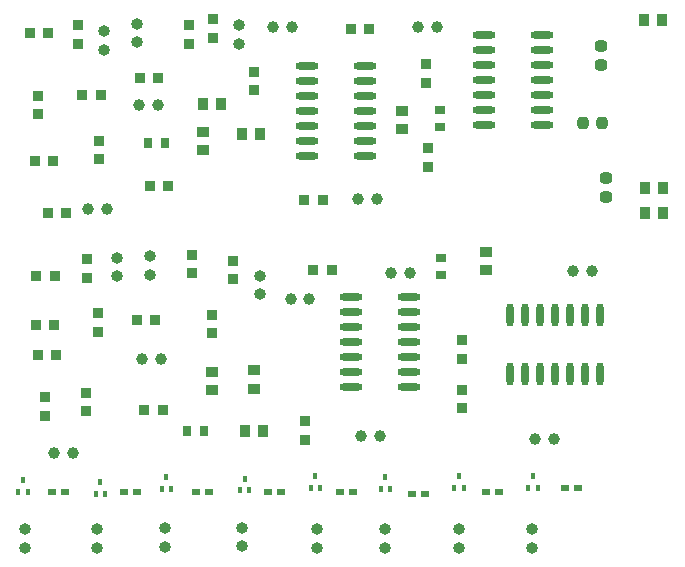
<source format=gbr>
%TF.GenerationSoftware,KiCad,Pcbnew,7.0.1-3b83917a11~172~ubuntu22.04.1*%
%TF.CreationDate,2023-03-24T22:05:32-05:00*%
%TF.ProjectId,pi_hat_forclayton3,70695f68-6174-45f6-966f-72636c617974,rev?*%
%TF.SameCoordinates,Original*%
%TF.FileFunction,Paste,Top*%
%TF.FilePolarity,Positive*%
%FSLAX46Y46*%
G04 Gerber Fmt 4.6, Leading zero omitted, Abs format (unit mm)*
G04 Created by KiCad (PCBNEW 7.0.1-3b83917a11~172~ubuntu22.04.1) date 2023-03-24 22:05:32*
%MOMM*%
%LPD*%
G01*
G04 APERTURE LIST*
G04 Aperture macros list*
%AMRoundRect*
0 Rectangle with rounded corners*
0 $1 Rounding radius*
0 $2 $3 $4 $5 $6 $7 $8 $9 X,Y pos of 4 corners*
0 Add a 4 corners polygon primitive as box body*
4,1,4,$2,$3,$4,$5,$6,$7,$8,$9,$2,$3,0*
0 Add four circle primitives for the rounded corners*
1,1,$1+$1,$2,$3*
1,1,$1+$1,$4,$5*
1,1,$1+$1,$6,$7*
1,1,$1+$1,$8,$9*
0 Add four rect primitives between the rounded corners*
20,1,$1+$1,$2,$3,$4,$5,0*
20,1,$1+$1,$4,$5,$6,$7,0*
20,1,$1+$1,$6,$7,$8,$9,0*
20,1,$1+$1,$8,$9,$2,$3,0*%
G04 Aperture macros list end*
%ADD10R,0.419989X0.499999*%
%ADD11R,0.319989X0.499999*%
%ADD12RoundRect,0.235001X-0.235000X-0.274993X0.235000X-0.274993X0.235000X0.274993X-0.235000X0.274993X0*%
%ADD13R,0.810006X0.980008*%
%ADD14R,0.870001X0.929996*%
%ADD15O,1.019988X0.940003*%
%ADD16R,0.929996X0.870001*%
%ADD17O,0.940003X1.019988*%
%ADD18R,0.980008X0.810006*%
%ADD19R,0.920013X0.970001*%
%ADD20R,0.699999X0.499999*%
%ADD21O,1.969999X0.599999*%
%ADD22R,0.970001X0.920013*%
%ADD23R,0.920013X0.980008*%
%ADD24RoundRect,0.235001X-0.274993X0.235000X-0.274993X-0.235000X0.274993X-0.235000X0.274993X0.235000X0*%
%ADD25R,0.650011X0.899998*%
%ADD26R,0.899998X0.650011*%
%ADD27O,0.599999X1.969999*%
G04 APERTURE END LIST*
D10*
%TO.C,Q1_H7*%
X46472975Y-48031952D03*
D11*
X46072976Y-49032000D03*
X46872974Y-49032000D03*
%TD*%
D12*
%TO.C,R31*%
X57005009Y-18171000D03*
X58584991Y-18171000D03*
%TD*%
D13*
%TO.C,R23_A_IN_1*%
X24766059Y-16520000D03*
X26308042Y-16520000D03*
%TD*%
D14*
%TO.C,R19_A_IN_1*%
X14597017Y-15758000D03*
X16156983Y-15758000D03*
%TD*%
D15*
%TO.C,R1_H8*%
X52696001Y-54143140D03*
X52696001Y-52563159D03*
%TD*%
D16*
%TO.C,R2_A_IN_1*%
X43825000Y-21871983D03*
X43825000Y-20312017D03*
%TD*%
D17*
%TO.C,R20_A_IN_1*%
X32323982Y-10030148D03*
X30744000Y-10030148D03*
%TD*%
D15*
%TO.C,R1_H5*%
X34427000Y-54140042D03*
X34427000Y-52560060D03*
%TD*%
D18*
%TO.C,R23_A_IN_2*%
X25536949Y-40785992D03*
X25536949Y-39243958D03*
%TD*%
D17*
%TO.C,R17_A_IN_1*%
X57695991Y-30731148D03*
X56116009Y-30731148D03*
%TD*%
D19*
%TO.C,C2_A_IN_1*%
X20978005Y-14348148D03*
X19427995Y-14348148D03*
%TD*%
D20*
%TO.C,D1_H7*%
X49836012Y-49413000D03*
X48735988Y-49413000D03*
%TD*%
%TO.C,D1_H6*%
X43613012Y-49540000D03*
X42512988Y-49540000D03*
%TD*%
D15*
%TO.C,R12_A_IN_2*%
X20339957Y-29433055D03*
X20339957Y-31013087D03*
%TD*%
D17*
%TO.C,R21_A_IN_1*%
X19413009Y-16634148D03*
X20992991Y-16634148D03*
%TD*%
D21*
%TO.C,U2_A_IN_2*%
X42245983Y-40510097D03*
X42245983Y-39240097D03*
X42245983Y-37970097D03*
X42245983Y-36700097D03*
X42245983Y-35430097D03*
X42245983Y-34160097D03*
X42245983Y-32890097D03*
X37295981Y-32890097D03*
X37295981Y-34160097D03*
X37295981Y-35430097D03*
X37295981Y-36700097D03*
X37295981Y-37970097D03*
X37295981Y-39240097D03*
X37295981Y-40510097D03*
%TD*%
D14*
%TO.C,R22_A_IN_2*%
X34154966Y-30604148D03*
X35714932Y-30604148D03*
%TD*%
D16*
%TO.C,R18_A_IN_2*%
X25537000Y-34408966D03*
X25537000Y-35968932D03*
%TD*%
D22*
%TO.C,C4_A_IN_2*%
X11440051Y-42948954D03*
X11440051Y-41398944D03*
%TD*%
D17*
%TO.C,R27_A_IN_1*%
X15095009Y-25409949D03*
X16674991Y-25409949D03*
%TD*%
D18*
%TO.C,R8_A_IN_2*%
X48787957Y-29071054D03*
X48787957Y-30613088D03*
%TD*%
D21*
%TO.C,U3_A_IN_1*%
X48589024Y-10678000D03*
X48589024Y-11948000D03*
X48589024Y-13218000D03*
X48589024Y-14488000D03*
X48589024Y-15758000D03*
X48589024Y-17028000D03*
X48589024Y-18298000D03*
X53539027Y-18298000D03*
X53539027Y-17028000D03*
X53539027Y-15758000D03*
X53539027Y-14488000D03*
X53539027Y-13218000D03*
X53539027Y-11948000D03*
X53539027Y-10678000D03*
%TD*%
D23*
%TO.C,C7*%
X63777005Y-25791000D03*
X62226995Y-25791000D03*
%TD*%
D17*
%TO.C,R17_A_IN_2*%
X54530947Y-44955148D03*
X52950966Y-44955148D03*
%TD*%
D15*
%TO.C,R26_A_IN_1*%
X27823000Y-9875157D03*
X27823000Y-11455138D03*
%TD*%
D19*
%TO.C,C3_A_IN_2*%
X12224961Y-35303097D03*
X10674952Y-35303097D03*
%TD*%
D16*
%TO.C,R15_A_IN_1*%
X23632000Y-11445131D03*
X23632000Y-9885164D03*
%TD*%
D17*
%TO.C,R5_A_IN_2*%
X38209009Y-44701148D03*
X39789042Y-44701148D03*
%TD*%
D10*
%TO.C,Q1_H8*%
X52733999Y-48032002D03*
D11*
X52334000Y-49032000D03*
X53133998Y-49032000D03*
%TD*%
D16*
%TO.C,R6_A_IN_1*%
X14234000Y-11457983D03*
X14234000Y-9898017D03*
%TD*%
%TO.C,R6_A_IN_2*%
X15005957Y-31257080D03*
X15005957Y-29697063D03*
%TD*%
D23*
%TO.C,C5*%
X63777005Y-23632000D03*
X62226995Y-23632000D03*
%TD*%
D24*
%TO.C,R30*%
X58938000Y-22842009D03*
X58938000Y-24421991D03*
%TD*%
D15*
%TO.C,R1_H4*%
X28077000Y-54012991D03*
X28077000Y-52433009D03*
%TD*%
D16*
%TO.C,R19_A_IN_2*%
X15894957Y-34269114D03*
X15894957Y-35829080D03*
%TD*%
%TO.C,R28_A_IN_1*%
X25664000Y-10950009D03*
X25664000Y-9389991D03*
%TD*%
D10*
%TO.C,Q1_H3*%
X21708001Y-48158952D03*
D11*
X21308002Y-49159000D03*
X22108000Y-49159000D03*
%TD*%
D15*
%TO.C,R4_A_IN_2*%
X17545957Y-29560055D03*
X17545957Y-31140087D03*
%TD*%
D18*
%TO.C,R29_A_IN_2*%
X29093000Y-39117008D03*
X29093000Y-40659042D03*
%TD*%
D14*
%TO.C,R11_A_IN_2*%
X10688008Y-31112097D03*
X12248025Y-31112097D03*
%TD*%
D13*
%TO.C,R16_A_IN_1*%
X28068008Y-19060000D03*
X29609992Y-19060000D03*
%TD*%
D20*
%TO.C,D1_H4*%
X31421012Y-49413000D03*
X30320988Y-49413000D03*
%TD*%
D16*
%TO.C,R15_A_IN_2*%
X23886000Y-30888932D03*
X23886000Y-29328915D03*
%TD*%
D20*
%TO.C,D1_H8*%
X56567012Y-49032000D03*
X55466988Y-49032000D03*
%TD*%
D17*
%TO.C,R5_A_IN_1*%
X37955009Y-24635148D03*
X39534991Y-24635148D03*
%TD*%
D15*
%TO.C,R1_H2*%
X15847002Y-54127138D03*
X15847002Y-52547157D03*
%TD*%
D16*
%TO.C,R2_A_IN_2*%
X46746000Y-42319034D03*
X46746000Y-40759017D03*
%TD*%
D25*
%TO.C,R9_A_IN_2*%
X23415033Y-44206051D03*
X24865018Y-44206051D03*
%TD*%
%TO.C,R9_A_IN_1*%
X20112982Y-19822000D03*
X21563018Y-19822000D03*
%TD*%
D15*
%TO.C,R1_H7*%
X46473001Y-54143140D03*
X46473001Y-52563159D03*
%TD*%
%TO.C,R26_A_IN_2*%
X29601051Y-31084106D03*
X29601051Y-32664138D03*
%TD*%
D17*
%TO.C,R20_A_IN_2*%
X33789511Y-33041125D03*
X32209529Y-33041125D03*
%TD*%
D20*
%TO.C,D1_H3*%
X25325012Y-49413000D03*
X24224988Y-49413000D03*
%TD*%
D22*
%TO.C,C3_A_IN_1*%
X10805051Y-17422005D03*
X10805051Y-15871995D03*
%TD*%
D15*
%TO.C,R1_H3*%
X21601422Y-54049923D03*
X21601422Y-52469941D03*
%TD*%
D16*
%TO.C,R18_A_IN_1*%
X29093000Y-13834966D03*
X29093000Y-15394932D03*
%TD*%
D19*
%TO.C,C1_A_IN_2*%
X12369995Y-37843097D03*
X10819986Y-37843097D03*
%TD*%
D14*
%TO.C,R11_A_IN_1*%
X10152017Y-10550949D03*
X11711983Y-10550949D03*
%TD*%
%TO.C,R3_A_IN_1*%
X20312017Y-23504949D03*
X21871983Y-23504949D03*
%TD*%
D16*
%TO.C,R10_A_IN_2*%
X46746051Y-36555114D03*
X46746051Y-38115131D03*
%TD*%
D17*
%TO.C,R13_A_IN_2*%
X40749009Y-30871000D03*
X42329042Y-30871000D03*
%TD*%
D14*
%TO.C,R3_A_IN_2*%
X19822000Y-42428000D03*
X21382017Y-42428000D03*
%TD*%
D15*
%TO.C,R1_H1*%
X9751002Y-54127138D03*
X9751002Y-52547157D03*
%TD*%
%TO.C,R4_A_IN_1*%
X16393000Y-10383157D03*
X16393000Y-11963138D03*
%TD*%
%TO.C,R12_A_IN_1*%
X19187000Y-9748157D03*
X19187000Y-11328138D03*
%TD*%
D13*
%TO.C,R16_A_IN_2*%
X28322008Y-44206051D03*
X29864042Y-44206051D03*
%TD*%
D20*
%TO.C,D1_H2*%
X19229012Y-49413000D03*
X18128988Y-49413000D03*
%TD*%
D10*
%TO.C,Q1_H1*%
X9553999Y-48412951D03*
D11*
X9154000Y-49413000D03*
X9953998Y-49413000D03*
%TD*%
D10*
%TO.C,Q1_H6*%
X40249975Y-48158952D03*
D11*
X39849976Y-49159000D03*
X40649974Y-49159000D03*
%TD*%
D17*
%TO.C,R21_A_IN_2*%
X19666958Y-38109949D03*
X21246991Y-38109949D03*
%TD*%
D20*
%TO.C,D1_H1*%
X13133012Y-49413000D03*
X12032988Y-49413000D03*
%TD*%
D16*
%TO.C,R10_A_IN_1*%
X43698000Y-13199966D03*
X43698000Y-14759932D03*
%TD*%
%TO.C,R25_A_IN_1*%
X16012000Y-21236983D03*
X16012000Y-19677017D03*
%TD*%
D10*
%TO.C,Q1_H5*%
X34318999Y-48031951D03*
D11*
X33919000Y-49032000D03*
X34719049Y-49032000D03*
%TD*%
D10*
%TO.C,Q1_H4*%
X28331025Y-48270000D03*
D11*
X27931026Y-49270048D03*
X28731024Y-49270048D03*
%TD*%
D23*
%TO.C,C6*%
X63650005Y-9408000D03*
X62099995Y-9408000D03*
%TD*%
D19*
%TO.C,C4_A_IN_1*%
X13231005Y-25791000D03*
X11680995Y-25791000D03*
%TD*%
D21*
%TO.C,U2_A_IN_1*%
X38552976Y-20964949D03*
X38552976Y-19694949D03*
X38552976Y-18424949D03*
X38552976Y-17154949D03*
X38552976Y-15884949D03*
X38552976Y-14614949D03*
X38552976Y-13344949D03*
X33603024Y-13344949D03*
X33603024Y-14614949D03*
X33603024Y-15884949D03*
X33603024Y-17154949D03*
X33603024Y-18424949D03*
X33603024Y-19694949D03*
X33603024Y-20964949D03*
%TD*%
D17*
%TO.C,R13_A_IN_1*%
X43035009Y-10042949D03*
X44614991Y-10042949D03*
%TD*%
D19*
%TO.C,C1_A_IN_1*%
X12088005Y-21345949D03*
X10537995Y-21345949D03*
%TD*%
D16*
%TO.C,R24_A_IN_2*%
X33411000Y-44985983D03*
X33411000Y-43426017D03*
%TD*%
D26*
%TO.C,R7_A_IN_1*%
X44841000Y-18478036D03*
X44841000Y-17028000D03*
%TD*%
D16*
%TO.C,R25_A_IN_2*%
X14869000Y-41000164D03*
X14869000Y-42560131D03*
%TD*%
D24*
%TO.C,R32*%
X58525098Y-11643530D03*
X58525098Y-13223512D03*
%TD*%
D14*
%TO.C,R24_A_IN_1*%
X33393068Y-24648000D03*
X34953085Y-24648000D03*
%TD*%
D19*
%TO.C,C2_A_IN_2*%
X20723979Y-34807975D03*
X19173970Y-34807975D03*
%TD*%
D16*
%TO.C,R28_A_IN_2*%
X27315051Y-31396983D03*
X27315051Y-29837017D03*
%TD*%
D14*
%TO.C,R22_A_IN_1*%
X37330017Y-10170000D03*
X38889983Y-10170000D03*
%TD*%
D20*
%TO.C,D1_H5*%
X37517012Y-49413000D03*
X36416988Y-49413000D03*
%TD*%
D10*
%TO.C,Q1_H2*%
X16120001Y-48539952D03*
D11*
X15720002Y-49540000D03*
X16520000Y-49540000D03*
%TD*%
D17*
%TO.C,R27_A_IN_2*%
X12174009Y-46110898D03*
X13753991Y-46110898D03*
%TD*%
D18*
%TO.C,R8_A_IN_1*%
X41666000Y-17145958D03*
X41666000Y-18687941D03*
%TD*%
D26*
%TO.C,R7_A_IN_2*%
X44911993Y-31075114D03*
X44911993Y-29625130D03*
%TD*%
D27*
%TO.C,U3_A_IN_2*%
X58430000Y-34427000D03*
X57160000Y-34427000D03*
X55890000Y-34427000D03*
X54620000Y-34427000D03*
X53350000Y-34427000D03*
X52080000Y-34427000D03*
X50810000Y-34427000D03*
X50810000Y-39376952D03*
X52080000Y-39376952D03*
X53350000Y-39376952D03*
X54620000Y-39376952D03*
X55890000Y-39376952D03*
X57160000Y-39376952D03*
X58430000Y-39376952D03*
%TD*%
D18*
%TO.C,R29_A_IN_1*%
X24775000Y-18924008D03*
X24775000Y-20465992D03*
%TD*%
D15*
%TO.C,R1_H6*%
X40250001Y-54143140D03*
X40250001Y-52563158D03*
%TD*%
M02*

</source>
